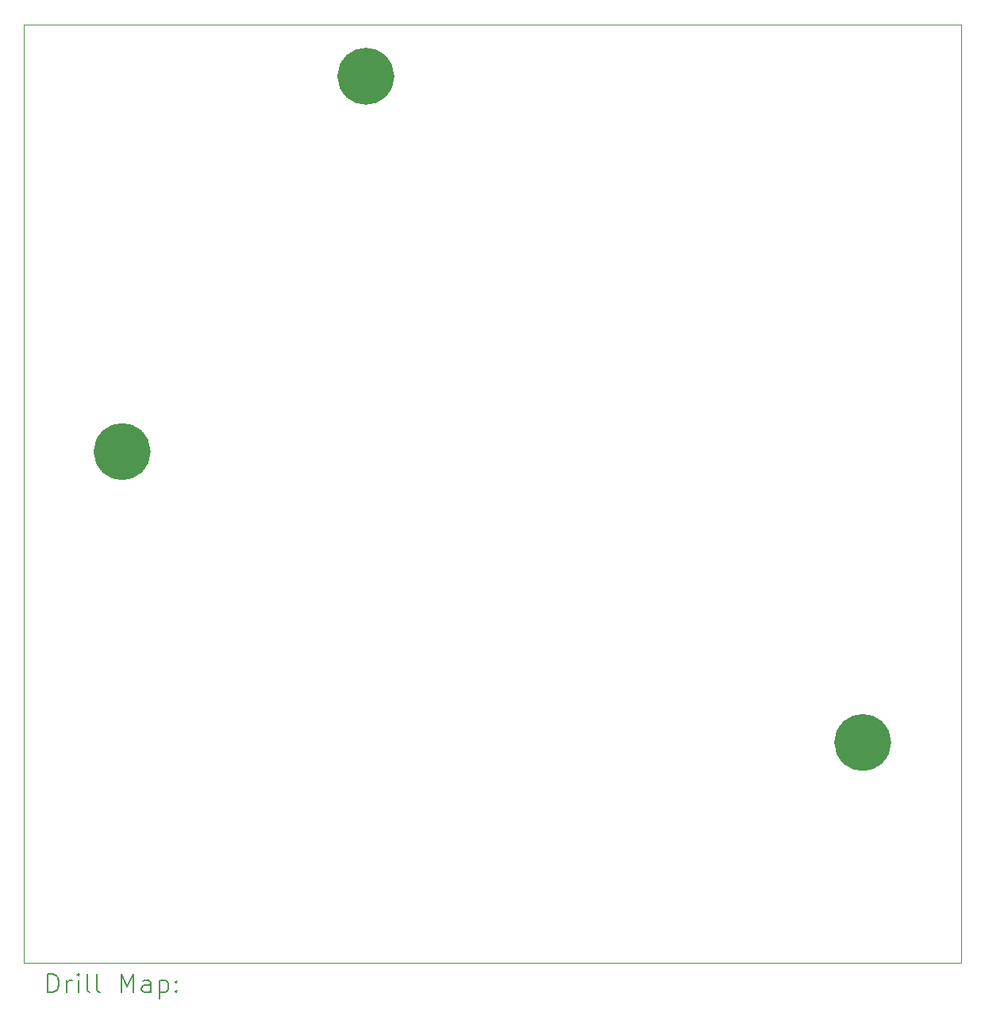
<source format=gbr>
%TF.GenerationSoftware,KiCad,Pcbnew,8.0.7*%
%TF.CreationDate,2025-01-14T10:09:15+01:00*%
%TF.ProjectId,pv_test_station,70765f74-6573-4745-9f73-746174696f6e,rev?*%
%TF.SameCoordinates,Original*%
%TF.FileFunction,Drillmap*%
%TF.FilePolarity,Positive*%
%FSLAX45Y45*%
G04 Gerber Fmt 4.5, Leading zero omitted, Abs format (unit mm)*
G04 Created by KiCad (PCBNEW 8.0.7) date 2025-01-14 10:09:15*
%MOMM*%
%LPD*%
G01*
G04 APERTURE LIST*
%ADD10C,3.025000*%
%ADD11C,0.050000*%
%ADD12C,0.200000*%
G04 APERTURE END LIST*
D10*
X10851250Y-5800000D02*
G75*
G02*
X10548750Y-5800000I-151250J0D01*
G01*
X10548750Y-5800000D02*
G75*
G02*
X10851250Y-5800000I151250J0D01*
G01*
X16151250Y-12900000D02*
G75*
G02*
X15848750Y-12900000I-151250J0D01*
G01*
X15848750Y-12900000D02*
G75*
G02*
X16151250Y-12900000I151250J0D01*
G01*
X8251250Y-9800000D02*
G75*
G02*
X7948750Y-9800000I-151250J0D01*
G01*
X7948750Y-9800000D02*
G75*
G02*
X8251250Y-9800000I151250J0D01*
G01*
D11*
X7050000Y-5250000D02*
X17050000Y-5250000D01*
X17050000Y-15250000D01*
X7050000Y-15250000D01*
X7050000Y-5250000D01*
D12*
X7308277Y-15563984D02*
X7308277Y-15363984D01*
X7308277Y-15363984D02*
X7355896Y-15363984D01*
X7355896Y-15363984D02*
X7384467Y-15373508D01*
X7384467Y-15373508D02*
X7403515Y-15392555D01*
X7403515Y-15392555D02*
X7413039Y-15411603D01*
X7413039Y-15411603D02*
X7422562Y-15449698D01*
X7422562Y-15449698D02*
X7422562Y-15478269D01*
X7422562Y-15478269D02*
X7413039Y-15516365D01*
X7413039Y-15516365D02*
X7403515Y-15535412D01*
X7403515Y-15535412D02*
X7384467Y-15554460D01*
X7384467Y-15554460D02*
X7355896Y-15563984D01*
X7355896Y-15563984D02*
X7308277Y-15563984D01*
X7508277Y-15563984D02*
X7508277Y-15430650D01*
X7508277Y-15468746D02*
X7517801Y-15449698D01*
X7517801Y-15449698D02*
X7527324Y-15440174D01*
X7527324Y-15440174D02*
X7546372Y-15430650D01*
X7546372Y-15430650D02*
X7565420Y-15430650D01*
X7632086Y-15563984D02*
X7632086Y-15430650D01*
X7632086Y-15363984D02*
X7622562Y-15373508D01*
X7622562Y-15373508D02*
X7632086Y-15383031D01*
X7632086Y-15383031D02*
X7641610Y-15373508D01*
X7641610Y-15373508D02*
X7632086Y-15363984D01*
X7632086Y-15363984D02*
X7632086Y-15383031D01*
X7755896Y-15563984D02*
X7736848Y-15554460D01*
X7736848Y-15554460D02*
X7727324Y-15535412D01*
X7727324Y-15535412D02*
X7727324Y-15363984D01*
X7860658Y-15563984D02*
X7841610Y-15554460D01*
X7841610Y-15554460D02*
X7832086Y-15535412D01*
X7832086Y-15535412D02*
X7832086Y-15363984D01*
X8089229Y-15563984D02*
X8089229Y-15363984D01*
X8089229Y-15363984D02*
X8155896Y-15506841D01*
X8155896Y-15506841D02*
X8222562Y-15363984D01*
X8222562Y-15363984D02*
X8222562Y-15563984D01*
X8403515Y-15563984D02*
X8403515Y-15459222D01*
X8403515Y-15459222D02*
X8393991Y-15440174D01*
X8393991Y-15440174D02*
X8374943Y-15430650D01*
X8374943Y-15430650D02*
X8336848Y-15430650D01*
X8336848Y-15430650D02*
X8317801Y-15440174D01*
X8403515Y-15554460D02*
X8384467Y-15563984D01*
X8384467Y-15563984D02*
X8336848Y-15563984D01*
X8336848Y-15563984D02*
X8317801Y-15554460D01*
X8317801Y-15554460D02*
X8308277Y-15535412D01*
X8308277Y-15535412D02*
X8308277Y-15516365D01*
X8308277Y-15516365D02*
X8317801Y-15497317D01*
X8317801Y-15497317D02*
X8336848Y-15487793D01*
X8336848Y-15487793D02*
X8384467Y-15487793D01*
X8384467Y-15487793D02*
X8403515Y-15478269D01*
X8498753Y-15430650D02*
X8498753Y-15630650D01*
X8498753Y-15440174D02*
X8517801Y-15430650D01*
X8517801Y-15430650D02*
X8555896Y-15430650D01*
X8555896Y-15430650D02*
X8574944Y-15440174D01*
X8574944Y-15440174D02*
X8584467Y-15449698D01*
X8584467Y-15449698D02*
X8593991Y-15468746D01*
X8593991Y-15468746D02*
X8593991Y-15525888D01*
X8593991Y-15525888D02*
X8584467Y-15544936D01*
X8584467Y-15544936D02*
X8574944Y-15554460D01*
X8574944Y-15554460D02*
X8555896Y-15563984D01*
X8555896Y-15563984D02*
X8517801Y-15563984D01*
X8517801Y-15563984D02*
X8498753Y-15554460D01*
X8679705Y-15544936D02*
X8689229Y-15554460D01*
X8689229Y-15554460D02*
X8679705Y-15563984D01*
X8679705Y-15563984D02*
X8670182Y-15554460D01*
X8670182Y-15554460D02*
X8679705Y-15544936D01*
X8679705Y-15544936D02*
X8679705Y-15563984D01*
X8679705Y-15440174D02*
X8689229Y-15449698D01*
X8689229Y-15449698D02*
X8679705Y-15459222D01*
X8679705Y-15459222D02*
X8670182Y-15449698D01*
X8670182Y-15449698D02*
X8679705Y-15440174D01*
X8679705Y-15440174D02*
X8679705Y-15459222D01*
M02*

</source>
